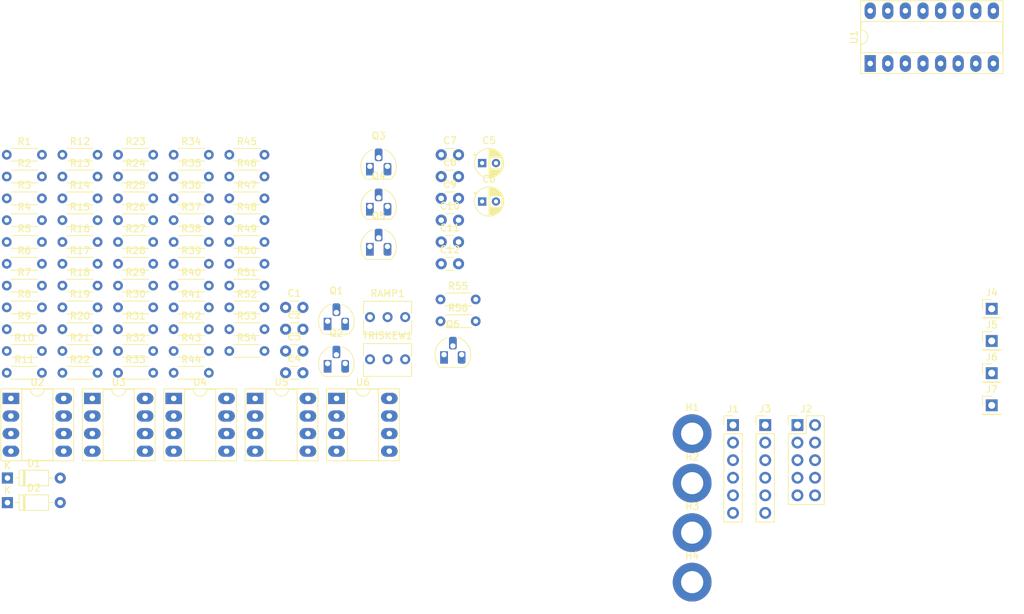
<source format=kicad_pcb>
(kicad_pcb (version 20221018) (generator pcbnew)
  (layers (0 "F.Cu" signal) (31 "B.Cu" signal) (34 "B.Paste" user) (35 "F.Paste" user) (36 "B.SilkS" user "B.Silkscreen") (37 "F.SilkS" user "F.Silkscreen") (38 "B.Mask" user) (39 "F.Mask" user) (44 "Edge.Cuts" user))
  (net 0 "")
  (net 1 "Net-(U2A--)")
  (net 2 "Net-(Q2-S)")
  (net 3 "Net-(U3A-+)")
  (net 4 "Net-(D1-K)")
  (net 5 "Net-(Q3-C)")
  (net 6 "Net-(C3-Pad2)")
  (net 7 "Net-(U6A-+)")
  (net 8 "Net-(C4-Pad2)")
  (net 9 "+12V")
  (net 10 "GND")
  (net 11 "-12V")
  (net 12 "Net-(D1-A)")
  (net 13 "Net-(D2-K)")
  (net 14 "Net-(Q1-D)")
  (net 15 "Net-(Q1-G)")
  (net 16 "Net-(Q1-S)")
  (net 17 "Net-(Q2-D)")
  (net 18 "Net-(Q2-G)")
  (net 19 "Net-(Q3-E)")
  (net 20 "Net-(Q3-B)")
  (net 21 "Net-(Q4-C)")
  (net 22 "Net-(Q5-C)")
  (net 23 "LEDA")
  (net 24 "Net-(Q6-B)")
  (net 25 "Net-(Q6-C)")
  (net 26 "Net-(U1C-+)")
  (net 27 "CV1")
  (net 28 "Net-(U4A--)")
  (net 29 "CV2")
  (net 30 "CV3")
  (net 31 "Net-(U2B--)")
  (net 32 "Net-(U3B--)")
  (net 33 "ZZ")
  (net 34 "Net-(R9-Pad1)")
  (net 35 "Net-(R10-Pad1)")
  (net 36 "CFL")
  (net 37 "CFV")
  (net 38 "FFV")
  (net 39 "Net-(R16-Pad1)")
  (net 40 "Net-(R17-Pad1)")
  (net 41 "Net-(R19-Pad2)")
  (net 42 "Net-(R20-Pad2)")
  (net 43 "Net-(U5A-+)")
  (net 44 "Net-(R24-Pad2)")
  (net 45 "TRI")
  (net 46 "Net-(U1A-+)")
  (net 47 "Net-(U5A--)")
  (net 48 "Net-(R31-Pad2)")
  (net 49 "Net-(U5B--)")
  (net 50 "RMP")
  (net 51 "Net-(R38-Pad2)")
  (net 52 "Net-(R39-Pad2)")
  (net 53 "SAW")
  (net 54 "Net-(R42-Pad2)")
  (net 55 "Net-(R43-Pad2)")
  (net 56 "Net-(U6B--)")
  (net 57 "Net-(U6A--)")
  (net 58 "Net-(R47-Pad1)")
  (net 59 "PWC")
  (net 60 "PWXV")
  (net 61 "Net-(R50-Pad2)")
  (net 62 "SIN")
  (net 63 "SQR")
  (net 64 "PW10")
  (net 65 "PW90")
  (footprint "Resistor_THT:R_Axial_DIN0204_L3.6mm_D1.6mm_P5.08mm_Horizontal" (layer "F.Cu") (at 57.95 82.45)
    (fp_text reference "R46" (at 2.54 -1.92) (layer "F.SilkS"))
    (fp_text value "1M")
    (pad "1" thru_hole circle (at 0 0) (size 1.4 1.4) (drill 0.7) (layers "*.Cu" "*.Mask") (net 10 "GND"))
    (pad "2" thru_hole oval (at 5.08 0) (size 1.4 1.4) (drill 0.7) (layers "*.Cu" "*.Mask") (net 57 "Net-(U6A--)"))
  )
  (footprint "Resistor_THT:R_Axial_DIN0204_L3.6mm_D1.6mm_P5.08mm_Horizontal" (layer "F.Cu") (at 57.95 107.65)
    (fp_text reference "R54" (at 2.54 -1.92) (layer "F.SilkS"))
    (fp_text value "100K")
    (pad "1" thru_hole circle (at 0 0) (size 1.4 1.4) (drill 0.7) (layers "*.Cu" "*.Mask") (net 65 "PW90"))
    (pad "2" thru_hole oval (at 5.08 0) (size 1.4 1.4) (drill 0.7) (layers "*.Cu" "*.Mask") (net 11 "-12V"))
  )
  (footprint "MountingHole:MountingHole_3.2mm_M3_DIN965_Pad" (layer "F.Cu") (at 124.76 133.89)
    (fp_text reference "H3" (at 0 -3.8) (layer "F.SilkS"))
    (fp_text value "MountingHole_Pad")
    (pad "1" thru_hole circle (at 0 0) (size 5.6 5.6) (drill 3.2) (layers "*.Cu" "*.Mask") (net 10 "GND"))
  )
  (footprint "Package_TO_SOT_THT:TO-92_HandSolder" (layer "F.Cu") (at 78.24 86.77)
    (fp_text reference "Q4" (at 1.27 -4.4) (layer "F.SilkS"))
    (fp_text value "2N3904")
    (pad "1" thru_hole rect (at 0 0) (size 1.1 1.8) (drill 0.75 (offset 0 0.4)) (layers "*.Cu" "*.Mask") (net 19 "Net-(Q3-E)"))
    (pad "2" thru_hole roundrect (at 1.27 -1.27) (size 1.1 1.8) (drill 0.75 (offset 0 -0.4)) (layers "*.Cu" "*.Mask") (net 10 "GND"))
    (pad "3" thru_hole roundrect (at 2.54 0) (size 1.1 1.8) (drill 0.75 (offset 0 0.4)) (layers "*.Cu" "*.Mask") (net 21 "Net-(Q4-C)"))
  )
  (footprint "Package_DIP:DIP-8_W7.62mm_Socket_LongPads" (layer "F.Cu") (at 26.43 114.5)
    (fp_text reference "U2" (at 3.81 -2.33) (layer "F.SilkS"))
    (fp_text value "TL082")
    (pad "1" thru_hole rect (at 0 0) (size 2.4 1.6) (drill 0.8) (layers "*.Cu" "*.Mask") (net 2 "Net-(Q2-S)"))
    (pad "2" thru_hole oval (at 0 2.54) (size 2.4 1.6) (drill 0.8) (layers "*.Cu" "*.Mask") (net 1 "Net-(U2A--)"))
    (pad "3" thru_hole oval (at 0 5.08) (size 2.4 1.6) (drill 0.8) (layers "*.Cu" "*.Mask") (net 10 "GND"))
    (pad "4" thru_hole oval (at 0 7.62) (size 2.4 1.6) (drill 0.8) (layers "*.Cu" "*.Mask") (net 11 "-12V"))
    (pad "5" thru_hole oval (at 7.62 7.62) (size 2.4 1.6) (drill 0.8) (layers "*.Cu" "*.Mask") (net 10 "GND"))
    (pad "6" thru_hole oval (at 7.62 5.08) (size 2.4 1.6) (drill 0.8) (layers "*.Cu" "*.Mask") (net 31 "Net-(U2B--)"))
    (pad "7" thru_hole oval (at 7.62 2.54) (size 2.4 1.6) (drill 0.8) (layers "*.Cu" "*.Mask") (net 16 "Net-(Q1-S)"))
    (pad "8" thru_hole oval (at 7.62 0) (size 2.4 1.6) (drill 0.8) (layers "*.Cu" "*.Mask") (net 9 "+12V"))
  )
  (footprint "Package_TO_SOT_THT:TO-92_HandSolder" (layer "F.Cu") (at 78.24 92.56)
    (fp_text reference "Q5" (at 1.27 -4.4) (layer "F.SilkS"))
    (fp_text value "2N3906")
    (pad "1" thru_hole rect (at 0 0) (size 1.1 1.8) (drill 0.75 (offset 0 0.4)) (layers "*.Cu" "*.Mask") (net 10 "GND"))
    (pad "2" thru_hole roundrect (at 1.27 -1.27) (size 1.1 1.8) (drill 0.75 (offset 0 -0.4)) (layers "*.Cu" "*.Mask") (net 21 "Net-(Q4-C)"))
    (pad "3" thru_hole roundrect (at 2.54 0) (size 1.1 1.8) (drill 0.75 (offset 0 0.4)) (layers "*.Cu" "*.Mask") (net 22 "Net-(Q5-C)"))
  )
  (footprint "Potentiometer_THT:Potentiometer_Bourns_3266Y_Vertical" (layer "F.Cu") (at 83.34 108.85)
    (fp_text reference "TRISKEW1" (at -2.54 -3.41) (layer "F.SilkS"))
    (fp_text value "100K")
    (pad "1" thru_hole circle (at 0 0) (size 1.44 1.44) (drill 0.8) (layers "*.Cu" "*.Mask") (net 35 "Net-(R10-Pad1)"))
    (pad "2" thru_hole circle (at -2.54 0) (size 1.44 1.44) (drill 0.8) (layers "*.Cu" "*.Mask") (net 26 "Net-(U1C-+)"))
    (pad "3" thru_hole circle (at -5.08 0) (size 1.44 1.44) (drill 0.8) (layers "*.Cu" "*.Mask") (net 34 "Net-(R9-Pad1)"))
  )
  (footprint "Resistor_THT:R_Axial_DIN0204_L3.6mm_D1.6mm_P5.08mm_Horizontal" (layer "F.Cu") (at 33.86 101.35)
    (fp_text reference "R19" (at 2.54 -1.92) (layer "F.SilkS"))
    (fp_text value "10K")
    (pad "1" thru_hole circle (at 0 0) (size 1.4 1.4) (drill 0.7) (layers "*.Cu" "*.Mask") (net 14 "Net-(Q1-D)"))
    (pad "2" thru_hole oval (at 5.08 0) (size 1.4 1.4) (drill 0.7) (layers "*.Cu" "*.Mask") (net 41 "Net-(R19-Pad2)"))
  )
  (footprint "Capacitor_THT:CP_Radial_D4.0mm_P2.00mm" (layer "F.Cu") (at 94.444801 80.5)
    (fp_text reference "C5" (at 1 -3.25) (layer "F.SilkS"))
    (fp_text value "10uF")
    (pad "1" thru_hole rect (at 0 0) (size 1.2 1.2) (drill 0.6) (layers "*.Cu" "*.Mask") (net 9 "+12V"))
    (pad "2" thru_hole circle (at 2 0) (size 1.2 1.2) (drill 0.6) (layers "*.Cu" "*.Mask") (net 10 "GND"))
  )
  (footprint "Resistor_THT:R_Axial_DIN0204_L3.6mm_D1.6mm_P5.08mm_Horizontal" (layer "F.Cu") (at 25.83 79.3)
    (fp_text reference "R1" (at 2.54 -1.92) (layer "F.SilkS"))
    (fp_text value "1K")
    (pad "1" thru_hole circle (at 0 0) (size 1.4 1.4) (drill 0.7) (layers "*.Cu" "*.Mask") (net 26 "Net-(U1C-+)"))
    (pad "2" thru_hole oval (at 5.08 0) (size 1.4 1.4) (drill 0.7) (layers "*.Cu" "*.Mask") (net 10 "GND"))
  )
  (footprint "Resistor_THT:R_Axial_DIN0204_L3.6mm_D1.6mm_P5.08mm_Horizontal" (layer "F.Cu") (at 88.44 100.2)
    (fp_text reference "R55" (at 2.54 -1.92) (layer "F.SilkS"))
    (fp_text value "100K")
    (pad "1" thru_hole circle (at 0 0) (size 1.4 1.4) (drill 0.7) (layers "*.Cu" "*.Mask") (net 33 "ZZ"))
    (pad "2" thru_hole oval (at 5.08 0) (size 1.4 1.4) (drill 0.7) (layers "*.Cu" "*.Mask") (net 24 "Net-(Q6-B)"))
  )
  (footprint "Capacitor_THT:C_Disc_D3.0mm_W1.6mm_P2.50mm" (layer "F.Cu") (at 66.08 104.5)
    (fp_text reference "C2" (at 1.25 -2.05) (layer "F.SilkS"))
    (fp_text value "10pF")
    (pad "1" thru_hole circle (at 0 0) (size 1.6 1.6) (drill 0.8) (layers "*.Cu" "*.Mask") (net 3 "Net-(U3A-+)"))
    (pad "2" thru_hole circle (at 2.5 0) (size 1.6 1.6) (drill 0.8) (layers "*.Cu" "*.Mask") (net 4 "Net-(D1-K)"))
  )
  (footprint "Capacitor_THT:C_Disc_D3.0mm_W1.6mm_P2.50mm" (layer "F.Cu") (at 66.08 101.35)
    (fp_text reference "C1" (at 1.25 -2.05) (layer "F.SilkS"))
    (fp_text value "20nF")
    (pad "1" thru_hole circle (at 0 0) (size 1.6 1.6) (drill 0.8) (layers "*.Cu" "*.Mask") (net 1 "Net-(U2A--)"))
    (pad "2" thru_hole circle (at 2.5 0) (size 1.6 1.6) (drill 0.8) (layers "*.Cu" "*.Mask") (net 2 "Net-(Q2-S)"))
  )
  (footprint "Connector_PinHeader_2.54mm:PinHeader_1x01_P2.54mm_Vertical" (layer "F.Cu") (at 168 110.85)
    (fp_text reference "J6" (at 0 -2.33) (layer "F.SilkS"))
    (fp_text value "Conn_01x01")
    (pad "1" thru_hole rect (at 0 0) (size 1.7 1.7) (drill 1) (layers "*.Cu" "*.Mask") (net 62 "SIN"))
  )
  (footprint "Capacitor_THT:C_Disc_D3.0mm_W1.6mm_P2.50mm" (layer "F.Cu") (at 66.08 110.8)
    (fp_text reference "C4" (at 1.25 -2.05) (layer "F.SilkS"))
    (fp_text value "10pF")
    (pad "1" thru_hole circle (at 0 0) (size 1.6 1.6) (drill 0.8) (layers "*.Cu" "*.Mask") (net 7 "Net-(U6A-+)"))
    (pad "2" thru_hole circle (at 2.5 0) (size 1.6 1.6) (drill 0.8) (layers "*.Cu" "*.Mask") (net 8 "Net-(C4-Pad2)"))
  )
  (footprint "Resistor_THT:R_Axial_DIN0204_L3.6mm_D1.6mm_P5.08mm_Horizontal" (layer "F.Cu") (at 49.92 104.5)
    (fp_text reference "R42" (at 2.54 -1.92) (layer "F.SilkS"))
    (fp_text value "180K")
    (pad "1" thru_hole circle (at 0 0) (size 1.4 1.4) (drill 0.7) (layers "*.Cu" "*.Mask") (net 10 "GND"))
    (pad "2" thru_hole oval (at 5.08 0) (size 1.4 1.4) (drill 0.7) (layers "*.Cu" "*.Mask") (net 54 "Net-(R42-Pad2)"))
  )
  (footprint "Connector_PinHeader_2.54mm:PinHeader_1x01_P2.54mm_Vertical" (layer "F.Cu") (at 168 101.55)
    (fp_text reference "J4" (at 0 -2.33) (layer "F.SilkS"))
    (fp_text value "Conn_01x01")
    (pad "1" thru_hole rect (at 0 0) (size 1.7 1.7) (drill 1) (layers "*.Cu" "*.Mask") (net 45 "TRI"))
  )
  (footprint "Resistor_THT:R_Axial_DIN0204_L3.6mm_D1.6mm_P5.08mm_Horizontal" (layer "F.Cu") (at 41.89 98.2)
    (fp_text reference "R29" (at 2.54 -1.92) (layer "F.SilkS"))
    (fp_text value "47K")
    (pad "1" thru_hole circle (at 0 0) (size 1.4 1.4) (drill 0.7) (layers "*.Cu" "*.Mask") (net 10 "GND"))
    (pad "2" thru_hole oval (at 5.08 0) (size 1.4 1.4) (drill 0.7) (layers "*.Cu" "*.Mask") (net 47 "Net-(U5A--)"))
  )
  (footprint "Connector_PinHeader_2.54mm:PinHeader_1x06_P2.54mm_Vertical" (layer "F.Cu") (at 130.66 118.34)
    (fp_text reference "J1" (at 0 -2.33) (layer "F.SilkS"))
    (fp_text value "Conn_01x06")
    (pad "1" thru_hole rect (at 0 0) (size 1.7 1.7) (drill 1) (layers "*.Cu" "*.Mask") (net 36 "CFL"))
    (pad "2" thru_hole oval (at 0 2.54) (size 1.7 1.7) (drill 1) (layers "*.Cu" "*.Mask") (net 38 "FFV"))
    (pad "3" thru_hole oval (at 0 5.08) (size 1.7 1.7) (drill 1) (layers "*.Cu" "*.Mask") (net 37 "CFV"))
    (pad "4" thru_hole oval (at 0 7.62) (size 1.7 1.7) (drill 1) (layers "*.Cu" "*.Mask") (net 30 "CV3"))
    (pad "5" thru_hole oval (at 0 10.16) (size 1.7 1.7) (drill 1) (layers "*.Cu" "*.Mask") (net 29 "CV2"))
    (pad "6" thru_hole oval (at 0 12.7) (size 1.7 1.7) (drill 1) (layers "*.Cu" "*.Mask") (net 27 "CV1"))
  )
  (footprint "Resistor_THT:R_Axial_DIN0204_L3.6mm_D1.6mm_P5.08mm_Horizontal" (layer "F.Cu") (at 33.86 82.45)
    (fp_text reference "R13" (at 2.54 -1.92) (layer "F.SilkS"))
    (fp_text value "3M")
    (pad "1" thru_hole circle (at 0 0) (size 1.4 1.4) (drill 0.7) (layers "*.Cu" "*.Mask") (net 38 "FFV"))
    (pad "2" thru_hole oval (at 5.08 0) (size 1.4 1.4) (drill 0.7) (layers "*.Cu" "*.Mask") (net 28 "Net-(U4A--)"))
  )
  (footprint "Resistor_THT:R_Axial_DIN0204_L3.6mm_D1.6mm_P5.08mm_Horizontal" (layer "F.Cu") (at 41.89 82.45)
    (fp_text reference "R24" (at 2.54 -1.92) (layer "F.SilkS"))
    (fp_text value "9.1K")
    (pad "1" thru_hole circle (at 0 0) (size 1.4 1.4) (drill 0.7) (layers "*.Cu" "*.Mask") (net 42 "Net-(R20-Pad2)"))
    (pad "2" thru_hole oval (at 5.08 0) (size 1.4 1.4) (drill 0.7) (layers "*.Cu" "*.Mask") (net 44 "Net-(R24-Pad2)"))
  )
  (footprint "Diode_THT:D_DO-35_SOD27_P7.62mm_Horizontal" (layer "F.Cu") (at 25.93 129.55)
    (fp_text reference "D2" (at 3.81 -2.12) (layer "F.SilkS"))
    (fp_text value "1N914")
    (fp_text user "K" (at 0 -1.8) (layer "F.SilkS"))
    (pad "1" thru_hole rect (at 0 0) (size 1.6 1.6) (drill 0.8) (layers "*.Cu" "*.Mask") (net 13 "Net-(D2-K)"))
    (pad "2" thru_hole oval (at 7.62 0) (size 1.6 1.6) (drill 0.8) (layers "*.Cu" "*.Mask") (net 4 "Net-(D1-K)"))
  )
  (footprint "Resistor_THT:R_Axial_DIN0204_L3.6mm_D1.6mm_P5.08mm_Horizontal" (layer "F.Cu") (at 25.83 101.35)
    (fp_text reference "R8" (at 2.54 -1.92) (layer "F.SilkS"))
    (fp_text value "47K")
    (pad "1" thru_hole circle (at 0 0) (size 1.4 1.4) (drill 0.7) (layers "*.Cu" "*.Mask") (net 32 "Net-(U3B--)"))
    (pad "2" thru_hole oval (at 5.08 0) (size 1.4 1.4) (drill 0.7) (layers "*.Cu" "*.Mask") (net 33 "ZZ"))
  )
  (footprint "Capacitor_THT:C_Disc_D3.0mm_W1.6mm_P2.50mm" (layer "F.Cu") (at 88.54 95.05)
    (fp_text reference "C12" (at 1.25 -2.05) (layer "F.SilkS"))
    (fp_text value "100nF")
    (pad "1" thru_hole circle (at 0 0) (size 1.6 1.6) (drill 0.8) (layers "*.Cu" "*.Mask") (net 10 "GND"))
    (pad "2" thru_hole circle (at 2.5 0) (size 1.6 1.6) (drill 0.8) (layers "*.Cu" "*.Mask") (net 11 "-12V"))
  )
  (footprint "Capacitor_THT:C_Disc_D3.0mm_W1.6mm_P2.50mm" (layer "F.Cu") (at 88.54 91.9)
    (fp_text reference "C11" (at 1.25 -2.05) (layer "F.SilkS"))
    (fp_text value "100nF")
    (pad "1" thru_hole circle (at 0 0) (size 1.6 1.6) (drill 0.8) (layers "*.Cu" "*.Mask") (net 9 "+12V"))
    (pad "2" thru_hole circle (at 2.5 0) (size 1.6 1.6) (drill 0.8) (layers "*.Cu" "*.Mask") (net 10 "GND"))
  )
  (footprint "Resistor_THT:R_Axial_DIN0204_L3.6mm_D1.6mm_P5.08mm_Horizontal" (layer "F.Cu") (at 33.86 85.6)
    (fp_text reference "R14" (at 2.54 -1.92) (layer "F.SilkS"))
    (fp_text value "30K")
    (pad "1" thru_hole circle (at 0 0) (size 1.4 1.4) (drill 0.7) (layers "*.Cu" "*.Mask") (net 4 "Net-(D1-K)"))
    (pad "2" thru_hole oval (at 5.08 0) (size 1.4 1.4) (drill 0.7) (layers "*.Cu" "*.Mask") (net 15 "Net-(Q1-G)"))
  )
  (footprint "Package_TO_SOT_THT:TO-92_HandSolder" (layer "F.Cu") (at 72.14 109.46)
    (fp_text reference "Q2" (at 1.27 -4.4) (layer "F.SilkS"))
    (fp_text value "NJFET")
    (pad "1" thru_hole rect (at 0 0) (size 1.1 1.8) (drill 0.75 (offset 0 0.4)) (layers "*.Cu" "*.Mask") (net 17 "Net-(Q2-D)"))
    (pad "2" thru_hole roundrect (at 1.27 -1.27) (size 1.1 1.8) (drill 0.75 (offset 0 -0.4)) (layers "*.Cu" "*.Mask") (net 18 "Net-(Q2-G)"))
    (pad "3" thru_hole roundrect (at 2.54 0) (size 1.1 1.8) (drill 0.75 (offset 0 0.4)) (layers "*.Cu" "*.Mask") (net 2 "Net-(Q2-S)"))
  )
  (footprint "Capacitor_THT:CP_Radial_D4.0mm_P2.00mm" (layer "F.Cu") (at 94.444801 86.05)
    (fp_text reference "C6" (at 1 -3.25) (layer "F.SilkS"))
    (fp_text value "10uF")
    (pad "1" thru_hole rect (at 0 0) (size 1.2 1.2) (drill 0.6) (layers "*.Cu" "*.Mask") (net 10 "GND"))
    (pad "2" thru_hole circle (at 2 0) (size 1.2 1.2) (drill 0.6) (layers "*.Cu" "*.Mask") (net 11 "-12V"))
  )
  (footprint "Package_TO_SOT_THT:TO-92_HandSolder" (layer "F.Cu") (at 72.14 103.35)
    (fp_text reference "Q1" (at 1.27 -4.4) (layer "F.SilkS"))
    (fp_text value "NJFET")
    (pad "1" thru_hole rect (at 0 0) (size 1.1 1.8) (drill 0.75 (offset 0 0.4)) (layers "*.Cu" "*.Mask") (net 14 "Net-(Q1-D)"))
    (pad "2" thru_hole roundrect (at 1.27 -1.27) (size 1.1 1.8) (drill 0.75 (offset 0 -0.4)) (layers "*.Cu" "*.Mask") (net 15 "Net-(Q1-G)"))
    (pad "3" thru_hole roundrect (at 2.54 0) (size 1.1 1.8) (drill 0.75 (offset 0 0.4)) (layers "*.Cu" "*.Mask") (net 16 "Net-(Q1-S)"))
  )
  (footprint "Resistor_THT:R_Axial_DIN0204_L3.6mm_D1.6mm_P5.08mm_Horizontal" (layer "F.Cu") (at 41.89 104.5)
    (fp_text reference "R31" (at 2.54 -1.92) (layer "F.SilkS"))
    (fp_text value "100K")
    (pad "1" thru_hole circle (at 0 0) (size 1.4 1.4) (drill 0.7) (layers "*.Cu" "*.Mask") (net 47 "Net-(U5A--)"))
    (pad "2" thru_hole oval (at 5.08 0) (size 1.4 1.4) (drill 0.7) (layers "*.Cu" "*.Mask") (net 48 "Net-(R31-Pad2)"))
  )
  (footprint "Package_TO_SOT_THT:TO-92_HandSolder" (layer "F.Cu") (at 78.24 80.98)
    (fp_text reference "Q3" (at 1.27 -4.4) (layer "F.SilkS"))
    (fp_text value "2N3904")
    (pad "1" thru_hole rect (at 0 0) (size 1.1 1.8) (drill 0.75 (offset 0 0.4)) (layers "*.Cu" "*.Mask") (net 19 "Net-(Q3-E)"))
    (pad "2" thru_hole roundrect (at 1.27 -1.27) (size 1.1 1.8) (drill 0.75 (offset 0 -0.4)) (layers "*.Cu" "*.Mask") (net 20 "Net-(Q3-B)"))
    (pad "3" thru_hole roundrect (at 2.54 0) (size 1.1 1.8) (drill 0.75 (offset 0 0.4)) (layers "*.Cu" "*.Mask") (net 5 "Net-(Q3-C)"))
  )
  (footprint "Resistor_THT:R_Axial_DIN0204_L3.6mm_D1.6mm_P5.08mm_Horizontal" (layer "F.Cu") (at 33.86 95.05)
    (fp_text reference "R17" (at 2.54 -1.92) (layer "F.SilkS"))
    (fp_text value "27K")
    (pad "1" thru_hole circle (at 0 0) (size 1.4 1.4) (drill 0.7) (layers "*.Cu" "*.Mask") (net 40 "Net-(R17-Pad1)"))
    (pad "2" thru_hole oval (at 5.08 0) (size 1.4 1.4) (drill 0.7) (layers "*.Cu" "*.Mask") (net 9 "+12V"))
  )
  (footprint "Resistor_THT:R_Axial_DIN0204_L3.6mm_D1.6mm_P5.08mm_Horizontal" (layer "F.Cu") (at 41.89 91.9)
    (fp_text reference "R27" (at 2.54 -1.92) (layer "F.SilkS"))
    (fp_text value "110K")
    (pad "1" thru_hole circle (at 0 0) (size 1.4 1.4) (drill 0.7) (layers "*.Cu" "*.Mask") (net 2 "Net-(Q2-S)"))
    (pad "2" thru_hole oval (at 5.08 0) (size 1.4 1.4) (drill 0.7) (layers "*.Cu" "*.Mask") (net 46 "Net-(U1A-+)"))
  )
  (footprint "Package_DIP:DIP-8_W7.62mm_Socket_LongPads" (layer "F.Cu") (at 38.18 114.5)
    (fp_text reference "U3" (at 3.81 -2.33) (layer "F.SilkS"))
    (fp_text value "TL082")
    (pad "1" thru_hole rect (at 0 0) (size 2.4 1.6) (drill 0.8) (layers "*.Cu" "*.Mask") (net 4 "Net-(D1-K)"))
    (pad "2" thru_hole oval (at 0 2.54) (size 2.4 1.6) (drill 0.8) (layers "*.Cu" "*.Mask") (net 10 "GND"))
    (pad "3" thru_hole oval (at 0 5.08) (size 2.4 1.6) (drill 0.8) (layers "*.Cu" "*.Mask") (net 3 "Net-(U3A-+)"))
    (pad "4" thru_hole oval (at 0 7.62) (size 2.4 1.6) (drill 0.8) (layers "*.Cu" "*.Mask") (net 11 "-12V"))
    (pad "5" thru_hole oval (at 7.62 7.62) (size 2.4 1.6) (drill 0.8) (layers "*.Cu" "*.Mask") (net 10 "GND"))
    (pad "6" thru_hole oval (at 7.62 5.08) (size 2.4 1.6) (drill 0.8) (layers "*.Cu" "*.Mask") (net 32 "Net-(U3B--)"))
    (pad "7" thru_hole oval (at 7.62 2.54) (size 2.4 1.6) (drill 0.8) (layers "*.Cu" "*.Mask") (net 33 "ZZ"))
    (pad "8" thru_hole oval (at 7.62 0) (size 2.4 1.6) (drill 0.8) (layers "*.Cu" "*.Mask") (net 9 "+12V"))
  )
  (footprint "Capacitor_THT:C_Disc_D3.0mm_W1.6mm_P2.50mm" (layer "F.Cu") (at 88.54 79.3)
    (fp_text reference "C7" (at 1.25 -2.05) (layer "F.SilkS"))
    (fp_text value "100nF")
    (pad "1" thru_hole circle (at 0 0) (size 1.6 1.6) (drill 0.8) (layers "*.Cu" "*.Mask") (net 9 "+12V"))
    (pad "2" thru_hole circle (at 2.5 0) (size 1.6 1.6) (drill 0.8) (layers "*.Cu" "*.Mask") (net 10 "GND"))
  )
  (footprint "Package_DIP:DIP-8_W7.62mm_Socket_LongPads" (layer "F.Cu") (at 73.43 114.5)
    (fp_text reference "U6" (at 3.81 -2.33) (layer "F.SilkS"))
    (fp_text value "TL082")
    (pad "1" thru_hole rect (at 0 0) (size 2.4 1.6) (drill 0.8) (layers "*.Cu" "*.Mask") (net 8 "Net-(C4-Pad2)"))
    (pad "2" thru_hole oval (at 0 2.54) (size 2.4 1.6) (drill 0.8) (layers "*.Cu" "*.Mask") (net 57 "Net-(U6A--)"))
    (pad "3" thru_hole oval (at 0 5.08) (size 2.4 1.6) (drill 0.8) (layers "*.Cu" "*.Mask") (net 7 "Net-(U6A-+)"))
    (pad "4" thru_hole oval (at 0 7.62) (size 2.4 1.6) (drill 0.8) (layers "*.Cu" "*.Mask") (net 11 "-12V"))
    (pad "5" thru_hole oval (at 7.62 7.62) (size 2.4 1.6) (drill 0.8) (layers "*.Cu" "*.Mask") (net 10 "GND"))
    (pad "6" thru_hole oval (at 7.62 5.08) (size 2.4 1.6) (drill 0.8) (layers "*.Cu" "*.Mask") (net 56 "Net-(U6B--)"))
    (pad "7" thru_hole oval (at 7.62 2.54) (size 2.4 1.6) (drill 0.8) (layers "*.Cu" "*.Mask") (net 61 "Net-(R50-Pad2)"))
    (pad "8" thru_hole oval (at 7.62 0) (size 2.4 1.6) (drill 0.8) (layers "*.Cu" "*.Mask") (net 9 "+12V"))
  )
  (footprint "Resistor_THT:R_Axial_DIN0204_L3.6mm_D1.6mm_P5.08mm_Horizontal" (layer "F.Cu") (at 57.95 95.05)
    (fp_text reference "R50" (at 2.54 -1.92) (layer "F.SilkS"))
    (fp_text value "10K")
    (pad "1" thru_hole circle (at 0 0) (size 1.4 1.4) (drill 0.7) (layers "*.Cu" "*.Mask") (net 56 "Net-(U6B--)"))
    (pad "2" thru_hole oval (at 5.08 0) (size 1.4 1.4) (drill 0.7) (layers "*.Cu" "*.Mask") (net 61 "Net-(R50-Pad2)"))
  )
  (footprint "Package_DIP:DIP-8_W7.62mm_Socket_LongPads" (layer "F.Cu") (at 61.68 114.5)
    (fp_text reference "U5" (at 3.81 -2.33) (layer "F.SilkS"))
    (fp_text value "TL082")
    (pad "1" thru_hole rect (at 0 0) (size 2.4 1.6) (drill 0.8) (layers "*.Cu" "*.Mask") (net 48 "Net-(R31-Pad2)"))
    (pad "2" thru_hole oval (at 0 2.54) (size 2.4 1.6) (drill 0.8) (layers "*.Cu" "*.Mask") (net 47 "Net-(U5A--)"))
    (pad "3" thru_hole oval (at 0 5.08) (size 2.4 1.6) (drill 0.8) (layers "*.Cu" "*.Mask") (net 43 "Net-(U5A-+)"))
    (pad "4" thru_hole oval (at 0 7.62) (size 2.4 1.6) (drill 0.8) (layers "*.Cu" "*.Mask") (net 11 "-12V"))
    (pad "5" thru_hole oval (at 7.62 7.62) (size 2.4 1.6) (drill 0.8) (layers "*.Cu" "*.Mask") (net 10 "GND"))
    (pad "6" thru_hole oval (at 7.62 5.08) (size 2.4 1.6) (drill 0.8) (layers "*.Cu" "*.Mask") (net 49 "Net-(U5B--)"))
    (pad "7" thru_hole oval (at 7.62 2.54) (size 2.4 1.6) (drill 0.8) (layers "*.Cu" "*.Mask") (net 51 "Net-(R38-Pad2)"))
    (pad "8" thru_hole oval (at 7.62 0) (size 2.4 1.6) (drill 0.8) (layers "*.Cu" "*.Mask") (net 9 "+12V"))
  )
  (footprint "Resistor_THT:R_Axial_DIN0204_L3.6mm_D1.6mm_P5.08mm_Horizontal" (layer "F.Cu") (at 57.95 79.3)
    (fp_text reference "R45" (at 2.54 -1.92) (layer "F.SilkS"))
    (fp_text value "27K")
    (pad "1" thru_hole circle (at 0 0) (size 1.4 1.4) (drill 0.7) (layers "*.Cu" "*.Mask") (net 8 "Net-(C4-Pad2)"))
    (pad "2" thru_hole oval (at 5.08 0) (size 1.4 1.4) (drill 0.7) (layers "*.Cu" "*.Mask") (net 56 "Net-(U6B--)"))
  )
  (footprint "Resistor_THT:R_Axial_DIN0204_L3.6mm_D1.6mm_P5.08mm_Horizontal" (layer "F.Cu") (at 25.83 110.8)
    (fp_text reference "R11" (at 2.54 -1.92) (layer "F.SilkS"))
    (fp_text value "4.7K")
    (pad "1" thru_hole circle (at 0 0) (size 1.4 1.4) (drill 0.7) (layers "*.Cu" "*.Mask") (net 36 "CFL"))
    (pad "2" thru_hole oval (at 5.08 0) (size 1.4 1.4) (drill 0.7) (layers "*.Cu" "*.Mask") (net 11 "-12V"))
  )
  (footprint "Resistor_THT:R_Axial_DIN0204_L3.6mm_D1.6mm_P5.08mm_Horizontal" (layer "F.Cu") (at 57.95 88.75)
    (fp_text reference "R48" (at 2.54 -1.92) (layer "F.SilkS"))
    (fp_text value "10K")
    (pad "1" thru_hole circle (at 0 0) (size 1.4 1.4) (drill 0.7) (layers "*.Cu" "*.Mask") (net 57 "Net-(U6A--)"))
    (pad "2" thru_hole oval (at 5.08 0) (size 1.4 1.4) (drill 0.7) (layers "*.Cu" "*.Mask") (net 59 "PWC"))
  )
  (footprint "Resistor_THT:R_Axial_DIN0204_L3.6mm_D1.6mm_P5.08mm_Horizontal" (layer "F.Cu") (at 25.83 104.5)
    (fp_text reference "R9" (at 2.54 -1.92) (layer "F.SilkS"))
    (fp_text value "100K")
    (pad "1" thru_hole circle (at 0 0) (size 1.4 1.4) (drill 0.7) (layers "*.Cu" "*.Mask") (net 34 "Net-(R9-Pad1)"))
    (pad "2" thru_hole oval (at 5.08 0) (size 1.4 1.4) (drill 0.7) (layers "*.Cu" "*.Mask") (net 12 "Net-(D1-A)"))
  )
  (footprint "Resistor_THT:R_Axial_DIN0204_L3.6mm_D1.6mm_P5.08mm_Horizontal" (layer "F.Cu") (at 33.86 104.5)
    (fp_text reference "R20" (at 2.54 -1.92) (layer "F.SilkS"))
    (fp_text value "10K")
    (pad "1" thru_hole circle (at 0 0) (size 1.4 1.4) (drill 0.7) (layers "*.Cu" "*.Mask") (net 17 "Net-(Q2-D)"))
    (pad "2" thru_hole oval (at 5.08 0) (size 1.4 1.4) (drill 0.7) (layers "*.Cu" "*.Mask") (net 42 "Net-(R20-Pad2)"))
  )
  (footprint "Resistor_THT:R_Axial_DIN0204_L3.6mm_D1.6mm_P5.08mm_Horizontal" (layer "F.Cu") (at 41.89 95.05)
    (fp_text reference "R28" (at 2.54 -1.92) (layer "F.SilkS"))
    (fp_text value "10K")
    (pad "1" thru_hole circle (at 0 0) (size 1.4 1.4) (drill 0.7) (layers "*.Cu" "*.Mask") (net 10 "GND"))
    (pad "2" thru_hole oval (at 5.08 0) (size 1.4 1.4) (drill 0.7) (layers "*.Cu" "*.Mask") (net 43 "Net-(U5A-+)"))
  )
  (footprint "Package_DIP:DIP-16_W7.62mm_Socket_LongPads" (layer "F.Cu") (at 150.46 66.12 90)
    (fp_text reference "U1" (at 3.81 -2.33 90) (layer "F.SilkS"))
    (fp_text value "LM13700")
    (pad "1" thru_hole rect (at 0 0 90) (size 2.4 1.6) (drill 0.8) (layers "*.Cu" "*.Mask") (net 55 "Net-(R43-Pad2)"))
    (pad "2" thru_hole oval (at 0 2.54 90) (size 2.4 1.6) (drill 0.8) (layers "*.Cu" "*.Mask"))
    (pad "3" thru_hole oval (at 0 5.08 90) (size 2.4 1.6) (drill 0.8) (layers "*.Cu" "*.Mask") (net 26 "Net-(U1C-+)"))
    (pad "4" thru_hole oval (at 0 7.62 90) (size 2.4 1.6) (drill 0.8) (layers "*.Cu" "*.Mask") (net 10 "GND"))
    (pad "5" thru_hole oval (at 0 10.16 90) (size 2.4 1.6) (drill 0.8) (layers "*.Cu" "*.Mask") (net 39 "Net-(R16-Pad1)"))
    (pad "6" thru_hole oval (at 0 12.7 90) (size 2.4 1.6) (drill 0.8) (layers "*.Cu" "*.Mask") (net 11 "-12V"))
    (pad "7" thru_hole oval (at 0 15.24 90) (size 2.4 1.6) (drill 0.8) (layers "*.Cu" "*.Mask"))
    (pad "8" thru_hole oval (at 0 17.78 90) (size 2.4 1.6) (drill 0.8) (layers "*.Cu" "*.Mask"))
    (pad "9" thru_hole oval (at 7.62 17.78 90) (size 2.4 1.6) (drill 0.8) (layers "*.Cu" "*.Mask") (net 58 "Net-(R47-Pad1)"))
    (pad "10" thru_hole oval (at 7.62 15.24 90) (size 2.4 1.6) (drill 0.8) (layers "*.Cu" "*.Mask") (net 54 "Net-(R42-Pad2)"))
    (pad "11" thru_hole oval (at 7.62 12.7 90) (size 2.4 1.6) (drill 0.8) (layers "*.Cu" "*.Mask") (net 9 "+12V"))
    (pad "12" thru_hole oval (at 7.62 10.16 90) (size 2.4 1.6) (drill 0.8) (layers "*.Cu" "*.Mask") (net 54 "Net-(R42-Pad2)"))
    (pad "13" thru_hole oval (at 7.62 7.62 90) (size 2.4 1.6) (drill 0.8) (layers "*.Cu" "*.Mask") (net 10 "GND"))
    (pad "14" thru_hole oval (at 7.62 5.08 90) (size 2.4 1.6) (drill 0.8) (layers "*.Cu" "*.Mask") (net 46 "Net-(U1A-+)"))
    (pad "15" thru_hole oval (at 7.62 2.54 90) (size 2.4 1.6) (drill 0.8) (layers "*.Cu" "*.Mask"))
    (pad "16" thru_hole oval (at 7.62 0 90) (size 2.4 1.6) (drill 0.8) (layers "*.Cu" "*.Mask") (net 52 "Net-(R39-Pad2)"))
  )
  (footprint "Resistor_THT:R_Axial_DIN0204_L3.6mm_D1.6mm_P5.08mm_Horizontal" (layer "F.Cu") (at 41.89 79.3)
    (fp_text reference "R23" (at 2.54 -1.92) (layer "F.SilkS"))
    (fp_text value "10K")
    (pad "1" thru_hole circle (at 0 0) (size 1.4 1.4) (drill 0.7) (layers "*.Cu" "*.Mask") (net 41 "Net-(R19-Pad2)"))
    (pad "2" thru_hole oval (at 5.08 0) (size 1.4 1.4) (drill 0.7) (layers "*.Cu" "*.Mask") (net 43 "Net-(U5A-+)"))
  )
  (footprint "Resistor_THT:R_Axial_DIN0204_L3.6mm_D1.6mm_P5.08mm_Horizontal" (layer "F.Cu") (at 33.86 98.2)
    (fp_text reference "R18" (at 2.54 -1.92) (layer "F.SilkS"))
    (fp_text value "4.7K")
    (pad "1" thru_hole circle (at 0 0) (size 1.4 1.4) (drill 0.7) (layers "*.Cu" "*.Mask") (net 28 "Net-(U4A--)"))
    (pad "2" thru_hole oval (at 5.08 0) (size 1.4 1.4) (drill 0.7) (layers "*.Cu" "*.Mask") (net 20 "Net-(Q3-B)"))
  )
  (footprint "Resistor_THT:R_Axial_DIN0204_L3.6mm_D1.6mm_P5.08mm_Horizontal" (layer "F.Cu") (at 49.92 91.9)
    (fp_text reference "R38" (at 2.54 -1.92) (layer "F.SilkS"))
    (fp_text value "10K")
    (pad "1" thru_hole circle (at 0 0) (size 1.4 1.4) (drill 0.7) (layers "*.Cu" "*.Mask") (net 49 "Net-(U5B--)"))
    (pad "2" thru_hole oval (at 5.08 0) (size 1.4 1.4) (drill 0.7) (layers "*.Cu" "*.Mask") (net 51 "Net-(R38-Pad2)"))
  )
  (footprint "Resistor_THT:R_Axial_DIN0204_L3.6mm_D1.6mm_P5.08mm_Horizontal" (layer "F.Cu") (at 41.89 85.6)
    (fp_text reference "R25" (at 2.54 -1.92) (layer "F.SilkS"))
    (fp_text value "120K")
    (pad "1" thru_hole circle (at 0 0) (size 1.4 1.4) (drill 0.7) (layers "*.Cu" "*.Mask") (net 2 "Net-(Q2-S)"))
    (pad "2" thru_hole oval (at 5.08 0) (size 1.4 1.4) (drill 0.7) (layers "*.Cu" "*.Mask") (net 3 "Net-(U3A-+)"))
  )
  (footprint "Connector_PinHeader_2.54mm:PinHeader_1x01_P2.54mm_Vertical" (layer "F.Cu") (at 168 106.2)
    (fp_text reference "J5" (at 0 -2.33) (layer "F.SilkS"))
    (fp_text value "Conn_01x01")
    (pad "1" thru_hole rect (at 0 0) (size 1.7 1.7) (drill 1) (layers "*.Cu" "*.Mask") (net 53 "SAW"))
  )
  (footprint "Resistor_THT:R_Axial_DIN0204_L3.6mm_D1.6mm_P5.08mm_Horizontal" (layer "F.Cu") (at 41.89 101.35)
    (fp_text reference "R30" (at 2.54 -1.92) (layer "F.SilkS"))
    (fp_text value "270K")
    (pad "1" thru_hole circle (at 0 0) (size 1.4 1.4) (drill 0.7) (layers "*.Cu" "*.Mask") (net 3 "Net-(U3A-+)"))
    (pad "2" thru_hole oval (at 5.08 0) (size 1.4 1.4) (drill 0.7) (layers "*.Cu" "*.Mask") (net 4 "Net-(D1-K)"))
  )
  (footprint "Resistor_THT:R_Axial_DIN0204_L3.6mm_D1.6mm_P5.08mm_Horizontal" (layer "F.Cu") (at 57.95 101.35)
    (fp_text reference "R52" (at 2.54 -1.92) (layer "F.SilkS"))
    (fp_text value "10K")
    (pad "1" thru_hole circle (at 0 0) (size 1.4 1.4) (drill 0.7) (layers "*.Cu" "*.Mask") (net 61 "Net-(R50-Pad2)"))
    (pad "2" thru_hole oval (at 5.08 0) (size 1.4 1.4) (drill 0.7) (layers "*.Cu" "*.Mask") (net 63 "SQR"))
  )
  (footprint "Resistor_THT:R_Axial_DIN0204_L3.6mm_D1.6mm_P5.08mm_Horizontal" (layer "F.Cu") (at 25.83 88.75)
    (fp_text reference "R4" (at 2.54 -1.92) (layer "F.SilkS"))
    (fp_text value "100K")
    (pad "1" thru_hole circle (at 0 0) (size 1.4 1.4) (drill 0.7) (layers "*.Cu" "*.Mask") (net 30 "CV3"))
    (pad "2" thru_hole oval (at 5.08 0) (size 1.4 1.4) (drill 0.7) (layers "*.Cu" "*.Mask") (net 28 "Net-(U4A--)"))
  )
  (footprint "Resistor_THT:R_Axial_DIN0204_L3.6mm_D1.6mm_P5.08mm_Horizontal" (layer "F.Cu") (at 33.86 110.8)
    (fp_text reference "R22" (at 2.54 -1.92) (layer "F.SilkS"))
    (fp_text value "15K")
    (pad "1" thru_hole circle (at 0 0) (size 1.4 1.4) (drill 0.7) (layers "*.Cu" "*.Mask") (net 11 "-12V"))
    (pad "2" thru_hole oval (at 5.08 0) (size 1.4 1.4) (drill 0.7) (layers "*.Cu" "*.Mask") (net 42 "Net-(R20-Pad2)"))
  )
  (footprint "Resistor_THT:R_Axial_DIN0204_L3.6mm_D1.6mm_P5.08mm_Horizontal" (layer "F.Cu") (at 33.86 107.65)
    (fp_text reference "R21" (at 2.54 -1.92) (layer "F.SilkS"))
    (fp_text value "15K")
    (pad "1" thru_hole circle (at 0 0) (size 1.4 1.4) (drill 0.7) (layers "*.Cu" "*.Mask") (net 41 "Net-(R19-Pad2)"))
    (pad "2" thru_hole oval (at 5.08 0) (size 1.4 1.4) (drill 0.7) (layers "*.Cu" "*.Mask") (net 9 "+12V"))
  )
  (footprint "Capacitor_THT:C_Disc_D3.0mm_W1.6mm_P2.50mm" (layer "F.Cu") (at 66.08 107.65)
    (fp_text reference "C3" (at 1.25 -2.05) (layer "F.SilkS"))
    (fp_text value "100pF")
    (pad "1" thru_hole circle (at 0 0) (size 1.6 1.6) (drill 0.8) (layers "*.Cu" "*.Mask") (net 5 "Net-(Q3-C)"))
    (pad "2" thru_hole circle (at 2.5 0) (size 1.6 1.6) (drill 0.8) (layers "*.Cu" "*.Mask") (net 6 "Net-(C3-Pad2)"))
  )
  (footprint "Resistor_THT:R_Axial_DIN0204_L3.6mm_D1.6mm_P5.08mm_Horizontal" (layer "F.Cu") (at 49.92 82.45)
    (fp_text reference "R35" (at 2.54 -1.92) (layer "F.SilkS"))
    (fp_text value "10K")
    (pad "1" thru_hole circle (at 0 0) (size 1.4 1.4) (drill 0.7) (layers "*.Cu" "*.Mask") (net 48 "Net-(R31-Pad2)"))
    (pad "2" thru_hole oval (at 5.08 0) (size 1.4 1.4) (drill 0.7) (layers "*.Cu" "*.Mask") (net 49 "Net-(U5B--)"))
  )
  (footprint "Resistor_THT:R_Axial_DIN0204_L3.6mm_D1.6mm_P5.08mm_Horizontal" (layer "F.Cu") (at 57.95 98.2)
    (fp_text reference "R51" (at 2.54 -1.92) (layer "F.SilkS"))
    (fp_text value "4.7K")
    (pad "1" thru_hole circle (at 0 0) (size 1.4 1.4) (drill 0.7) (layers "*.Cu" "*.Mask") (net 58 "Net-(R47-Pad1)"))
    (pad "2" thru_hole oval (at 5.08 0) (size 1.4 1.4) (drill 0.7) (layers "*.Cu" "*.Mask") (net 62 "SIN"))
  )
  (footprint "Resistor_THT:R_Axial_DIN0204_L3.6mm_D1.6mm_P5.08mm_Horizontal" (layer "F.Cu") (at 25.83 82.45)
    (fp_text reference "R2" (at 2.54 -1.92) (layer "F.SilkS"))
    (fp_text value "100K")
    (pad "1" thru_hole circle (at 0 0) (size 1.4 1.4) (drill 0.7) (layers "*.Cu" "*.Mask") (net 27 "CV1"))
    (pad "2" thru_hole oval (at 5.08 0) (size 1.4 1.4) (drill 0.7) (layers "*.Cu" "*.Mask") (net 28 "Net-(U4A--)"))
  )
  (footprint "MountingHole:MountingHole_3.2mm_M3_DIN965_Pad" (layer "F.Cu") (at 124.76 119.59)
    (fp_text reference "H1" (at 0 -3.8) (layer "F.SilkS"))
    (fp_text value "MountingHole_Pad")
    (pad "1" thru_hole circle (at 0 0) (size 5.6 5.6) (drill 3.2) (layers "*.Cu" "*.Mask") (net 10 "GND"))
  )
  (footprint "Resistor_THT:R_Axial_DIN0204_L3.6mm_D1.6mm_P5.08mm_Horizontal" (layer "F.Cu") (at 33.86 91.9)
    (fp_text reference "R16" (at 2.54 -1.92) (layer "F.SilkS"))
    (fp_text value "39K")
    (pad "1" thru_hole circle (at 0 0) (size 1.4 1.4) (drill 0.7) (layers "*.Cu" "*.Mask") (net 39 "Net-(R16-Pad1)"))
    (pad "2" thru_hole oval (at 5.08 0) (size 1.4 1.4) (drill 0.7) (layers "*.Cu" "*.Mask") (net 1 "Net-(U2A--)"))
  )
  (footprint "Resistor_THT:R_Axial_DIN0204_L3.6mm_D1.6mm_P5.08mm_Horizontal" (layer "F.Cu") (at 49.92 79.3)
    (fp_text reference "R34" (at 2.54 -1.92) (layer "F.SilkS"))
    (fp_text value "10K")
    (pad "1" thru_hole circle (at 0 0) (size 1.4 1.4) (drill 0.7) (layers "*.Cu" "*.Mask") (net 6 "Net-(C3-Pad2)"))
    (pad "2" thru_hole oval (at 5.08 0) (size 1.4 1.4) (drill 0.7) (layers "*.Cu" "*.Mask") (net 19 "Net-(Q3-E)"))
  )
  (footprint "Package_TO_SOT_THT:TO-92_HandSolder" (layer "F.Cu") (at 88.95 108.18)
    (fp_text reference "Q6" (at 1.27 -4.4) (layer "F.SilkS"))
    (fp_text value "2N3904")
    (pad "1" thru_hole rect (at 0 0) (size 1.1 1.8) (drill 0.75 (offset 0 0.4)) (layers "*.Cu" "*.Mask") (net 23 "LEDA"))
    (pad "2" thru_hole roundrect (at 1.27 -1.27) (size 1.1 1.8) (drill 0.75 (offset 0 -0.4)) (layers "*.Cu" "*.Mask") (net 24 "Net-(Q6-B)"))
    (pad "3" thru_hole roundrect (at 2.54 0) (size 1.1 1.8) (drill 0.75 (offset 0 0.4)) (layers "*.Cu" "*.Mask") (net 25 "Net-(Q6-C)"))
  )
  (footprint "Resistor_THT:R_Axial_DIN0204_L3.6mm_D1.6mm_P5.08mm_Horizontal" (layer "F.Cu") (at 33.86 88.75)
    (fp_text reference "R15" (at 2.54 -1.92) (layer "F.SilkS"))
    (fp_text value "30K")
    (pad "1" thru_hole circle (at 0 0) (size 1.4 1.4) (drill 0.7) (layers "*.Cu" "*.Mask") (net 33 "ZZ"))
    (pad "2" thru_hole oval (at 5.08 0) (size 1.4 1.4) (drill 0.7) (layers "*.Cu" "*.Mask") (net 18 "Net-(Q2-G)"))
  )
  (footprint "Capacitor_THT:C_Disc_D3.0mm_W1.6mm_P2.50mm" (layer "F.Cu") (at 88.54 88.75)
    (fp_text reference "C10" (at 1.25 -2.05) (layer "F.SilkS"))
    (fp_text value "100nF")
    (pad "1" thru_hole circle (at 0 0) (size 1.6 1.6) (drill 0.8) (layers "*.Cu" "*.Mask") (net 10 "GND"))
    (pad "2" thru_hole circle (at 2.5 0) (size 1.6 1.6) (drill 0.8) (layers "*.Cu" "*.Mask") (net 11 "-12V"))
  )
  (footprint "Connector_PinHeader_2.54mm:PinHeader_1x06_P2.54mm_Vertical" (layer "F.Cu") (at 135.31 118.34)
    (fp_text reference "J3" (at 0 -2.33) (layer "F.SilkS"))
    (fp_text value "Conn_01x06")
    (pad "1" thru_hole rect (at 0 0) (size 1.7 1.7) (drill 1) (layers "*.Cu" "*.Mask") (net 50 "RMP"))
    (pad "2" thru_hole oval (at 0 2.54) (size 1.7 1.7) (drill 1) (layers "*.Cu" "*.Mask") (net 60 "PWXV"))
    (pad "3" thru_hole oval (at 0 5.08) (size 1.7 1.7) (drill 1) (layers "*.Cu" "*.Mask") (net 65 "PW90"))
    (pad "4" thru_hole oval (at 0 7.62) (size 1.7 1.7) (drill 1) (layers "*.Cu" "*.Mask") (net 59 "PWC"))
    (pad "5" thru_hole oval (at 0 10.16) (size 1.7 1.7) (drill 1) (layers "*.Cu" "*.Mask") (net 64 "PW10"))
    (pad "6" thru_hole oval (at 0 12.7) (size 1.7 1.7) (drill 1) (layers "*.Cu" "*.Mask") (net 63 "SQR"))
  )
  (footprint "Resistor_THT:R_Axial_DIN0204_L3.6mm_D1.6mm_P5.08mm_Horizontal" (layer "F.Cu") (at 49.92 98.2)
    (fp_text reference "R40" (at 2.54 -1.92) (layer "F.SilkS"))
    (fp_text value "4.7M")
    (pad "1" thru_hole circle (at 0 0) (size 1.4 1.4) (drill 0.7) (layers "*.Cu" "*.Mask") (net 7 "Net-(U6A-+)"))
    (pad "2" thru_hole oval (at 5.08 0) (size 1.4 1.4) (drill 0.7) (layers "*.Cu" "*.Mask") (net 8 "Net-(C4-Pad2)"))
  )
  (footprint "Resistor_THT:R_Axial_DIN0204_L3.6mm_D1.6mm_P5.08mm_Horizontal" (layer "F.Cu") (at 88.44 103.35)
    (fp_text reference "R56" (at 2.54 -1.92) (layer "F.SilkS"))
    (fp_text value "4.7K")
    (pad "1" thru_hole circle (at 0 0) (size 1.4 1.4) (drill 0.7) (layers "*.Cu" "*.Mask") (net 9 "+12V"))
    (pad "2" thru_hole oval (at 5.08 0) (size 1.4 1.4) (drill 0.7) (layers "*.Cu" "*.Mask") (net 25 "Net-(Q6-C)"))
  )
  (footprint "Resistor_THT:R_Axial_DIN0204_L3.6mm_D1.6mm_P5.08mm_Horizontal" (layer "F.Cu") (at 49.92 85.6)
    (fp_text reference "R36" (at 2.54 -1.92) (layer "F.SilkS"))
    (fp_text value "1K")
    (pad "1" thru_hole circle (at 0 0) (size 1.4 1.4) (drill 0.7) (layers "*.Cu" "*.Mask") (net 48 "Net-(R31-Pad2)"))
    (pad "2" thru_hole oval (at 5.08 0) (size 1.4 1.4) (drill 0.7) (layers "*.Cu" "*.Mask") (net 50 "RMP"))
  )
  (footprint "MountingHole:MountingHole_3.2mm_M3_DIN965_Pad" (layer "F.Cu") (at 124.76 126.74)
    (fp_text reference "H2" (at 0 -3.8) (layer "F.SilkS"))
    (fp_text value "MountingHole_Pad")
    (pad "1" thru_hole circle (at 0 0) (size 5.6 5.6) (drill 3.2) (layers "*.Cu" "*.Mask") (net 10 "GND"))
  )
  (footprint "Connector_PinHeader_2.54mm:PinHeader_1x01_P2.54mm_Vertical" (layer "F.Cu") (at 168 115.5)
    (fp_text reference "J7" (at 0 -2.33) (layer "F.SilkS"))
    (fp_text value "Conn_01x01")
    (pad "1" thru_hole rect (at 0 0) (size 1.7 1.7) (drill 1) (layers "*.Cu" "*.Mask") (net 23 "LEDA"))
  )
  (footprint "Resistor_THT:R_Axial_DIN0204_L3.6mm_D1.6mm_P5.08mm_Horizontal" (layer "F.Cu") (at 25.83 85.6)
    (fp_text reference "R3" (at 2.54 -1.92) (layer "F.SilkS"))
    (fp_text value "100K")
    (pad "1" thru_hole circle (at 0 0) (size 1.4 1.4) (drill 0.7) (layers "*.Cu" "*.Mask") (net 29 "CV2"))
    (pad "2" thru_hole oval (at 5.08 0) (size 1.4 1.4) (drill 0.7) (layers "*.Cu" "*.Mask") (net 28 "Net-(U4A--)"))
  )
  (footprint "Resistor_THT:R_Axial_DIN0204_L3.6mm_D1.6mm_P5.08mm_Horizontal" (layer "F.Cu") (at 49.92 95.05)
    (fp_text reference "R39" (at 2.54 -1.92) (layer "F.SilkS"))
    (fp_text value "180K")
    (pad "1" thru_hole circle (at 0 0) (size 1.4 1.4) (drill 0.7) (layers "*.Cu" "*.Mask") (net 9 "+12V"))
    (pad "2" thru_hole oval (at 5.08 0) (size 1.4 1.4) (drill 0.7) (layers "*.Cu" "*.Mask") (net 52 "Net-(R39-Pad2)"))
  )
  (footprint "Resistor_THT:R_Axial_DIN0204_L3.6mm_D1.6mm_P5.08mm_Horizontal" (layer "F.Cu") (at 57.95 85.6)
    (fp_text reference "R47" (at 2.54 -1.92) (layer "F.SilkS"))
    (fp_text value "10K")
    (pad "1" thru_hole circle (at 0 0) (size 1.4 1.4) (drill 0.7) (layers "*.Cu" "*.Mask") (net 58 "Net-(R47-Pad1)"))
    (pad "2" thru_hole oval (at 5.08 0) (size 1.4 1.4) (drill 0.7) (layers "*.Cu" "*.Mask") (net 11 "-12V"))
  )
  (footprint "Resistor_THT:R_Axial_DIN0204_L3.6mm_D1.6mm_P5.08mm_Horizontal" (layer "F.Cu") (at 57.95 104.5)
    (fp_text reference "R53" (at 2.54 -1.92) (layer "F.SilkS"))
    (fp_text value "100K")
    (pad "1" thru_hole circle (at 0 0) (size 1.4 1.4) (drill 0.7) (layers "*.Cu" "*.Mask") (net 9 "+12V"))
    (pad "2" thru_hole oval (at 5.08 0) (size 1.4 1.4) (drill 0.7) (layers "*.Cu" "*.Mask") (net 64 "PW10"))
  )
  (footprint "Resistor_THT:R_Axial_DIN0204_L3.6mm_D1.6mm_P5.08mm_Horizontal" (layer "F.Cu") (at 49.92 110.8)
    (fp_text reference "R44" (at 2.54 -1.92) (layer "F.SilkS"))
    (fp_text value "2M")
    (pad "1" thru_hole circle (at 0 0) (size 1.4 1.4) (drill 0.7) (layers "*.Cu" "*.Mask") (net 54 "Net-(R42-Pad2)"))
    (pad "2" thru_hole oval (at 5.08 0) (size 1.4 1.4) (drill 0.7) (layers "*.Cu" "*.Mask") (net 9 "+12V"))
  )
  (footprint "Potentiometer_THT:Potentiometer_Bourns_3266Y_Vertical" (layer "F.Cu") (at 83.34 102.75)
    (fp_text reference "RAMP1" (at -2.54 -3.41) (layer "F.SilkS"))
    (fp_text value "2K")
    (pad "1" thru_hole circle (at 0 0) (size 1.44 1.44) (drill 0.8) (layers "*.Cu" "*.Mask") (net 43 "Net-(U5A-+)"))
    (pad "2" thru_hole circle (at -2.54 0) (size 1.44 1.44) (drill 0.8) (layers "*.Cu" "*.Mask") (net 44 "Net-(R24-Pad2)"))
    (pad "3" thru_hole circle (at -5.08 0) (size 1.44 1.44) (drill 0.8) (layers "*.Cu" "*.Mask") (net 44 "Net-(R24-Pad2)"))
  )
  (footprint "Package_DIP:DIP-8_W7.62mm_Socket_LongPads" (layer "F.Cu") (at 49.93 114.5)
    (fp_text reference "U4" (at 3.81 -2.33) (layer "F.SilkS"))
    (fp_text value "TL072")
    (pad "1" thru_hole rect (at 0 0) (size 2.4 1.6) (drill 0.8) (layers "*.Cu" "*.Mask") (net 20 "Net-(Q3-B)"))
    (pad "2" thru_hole oval (at 0 2.54) (size 2.4 1.6) (drill 0.8) (layers "*.Cu" "*.Mask") (net 28 "Net-(U4A--)"))
    (pad "3" thru_hole oval (at 0 5.08) (size 2.4 1.6) (drill 0.8) (layers "*.Cu" "*.Mask") (net 10 "GND"))
    (pad "4" thru_hole oval (at 0 7.62) (size 2.4 1.6) (drill 0.8) (layers "*.Cu" "*.Mask") (net 11 "-12V"))
    (pad "5" thru_hole oval (at 7.62 7.62) (size 2.4 1.6) (drill 0.8) (layers "*.Cu" "*.Mask") (net 10 "GND"))
    (pad "6" thru_hole oval (at 7.62 5.08) (size 2.4 1.6) (drill 0.8) (layers "*.Cu" "*.Mask") (net 5 "Net-(Q3-C)"))
    (pad "7" thru_hole oval (at 7.62 2.54) (size 2.4 1.6) (drill 0.8) (layers "*.Cu" "*.Mask") (net 6 "Net-(C3-Pad2)"))
    (pad "8" thru_hole oval (at 7.62 0) (size 2.4 1.6) (drill 0.8) (layers "*.Cu" "*.Mask") (net 9 "+12V"))
  )
  (footprint "Resistor_THT:R_Axial_DIN0204_L3.6mm_D1.6mm_P5.08mm_Horizontal" (layer "F.Cu") (at 41.89 110.8)
    (fp_text reference "R33" (at 2.54 -1.92) (layer "F.SilkS"))
    (fp_text value "100K")
    (pad "1" thru_hole circle (at 0 0) (size 1.4 1.4) (drill 0.7) (layers "*.Cu" "*.Mask") (net 48 "Net-(R31-Pad2)"))
    (pad "2" thru_hole oval (at 5.08 0) (size 1.4 1.4) (drill 0.7) (layers "*.Cu" "*.Mask") (net 7 "Net-(U6A-+)"))
  )
  (footprint "Resistor_THT:R_Axial_DIN0204_L3.6mm_D1.6mm_P5.08mm_Horizontal" (layer "F.Cu") (at 33.86 79.3)
    (fp_text reference "R12" (at 2.54 -1.92) (layer "F.SilkS"))
    (fp_text value "100K")
    (pad "1" thru_hole circle (at 0 0) (size 1.4 1.4) (drill 0.7) (layers "*.Cu" "*.Mask") (net 37 "CFV"))
    (pad "2" thru_hole oval (at 5.08 0) (size 1.4 1.4) (drill 0.7) (layers "*.Cu" "*.Mask") (net 28 "Net-(U4A--)"))
  )
  (footprint "Resistor_THT:R_Axial_DIN0204_L3.6mm_D1.6mm_P5.08mm_Horizontal" (layer "F.Cu") (at 25.83 95.05)
    (fp_text reference "R6" (at 2.54 -1.92) (layer "F.SilkS"))
    (fp_text value "47K")
    (pad "1" thru_hole circle (at 0 0) (size 1.4 1.4) (drill 0.7) (layers "*.Cu" "*.Mask") (net 4 "Net-(D1-K)"))
    (pad "2" thru_hole oval (at 5.08 0) (size 1.4 1.4) (drill 0.7) (layers "*.Cu" "*.Mask") (net 32 "Net-(U3B--)"))
  )
  (footprint "Capacitor_THT:C_Disc_D3.0mm_W1.6mm_P2.50mm" (layer "F.Cu") (at 88.54 82.45)
    (fp_text reference "C8" (at 1.25 -2.05) (layer "F.SilkS"))
    (fp_text value "100nF")
    (pad "1" thru_hole circle (at 0 0) (size 1.6 1.6) (drill 0.8) (layers "*.Cu" "*.Mask") (net 10 "GND"))
    (pad "2" thru_hole circle (at 2.5 0) (size 1.6 1.6) (drill 0.8) (layers "*.Cu" "*.Mask") (net 11 "-12V"))
  )
  (footprint "Connector_PinHeader_2.54mm:PinHeader_2x05_P2.54mm_Vertical" (layer "F.Cu") (at 139.96 118.34)
    (fp_text reference "J2" (at 1.27 -2.33) (layer "F.SilkS"))
    (fp_text value "Conn_02x05_Odd_Even")
    (pad "1" thru_hole rect (at 0 0) (size 1.7 1.7) (drill 1) (layers "*.Cu" "*.Mask") (net 11 "-12V"))
    (pad "2" thru_hole oval (at 2.54 0) (size 1.7 1.7) (drill 1) (layers "*.Cu" "*.Mask") (net 11 "-12V"))
    (pad "3" thru_hole oval (at 0 2.54) (size 1.7 1.7) (drill 1) (layers "*.Cu" "*.Mask") (net 10 "GND"))
    (pad "4" thru_hole oval (at 2.54 2.54) (size 1.7 1.7) (drill 1) (layers "*.Cu" "*.Mask") (net 10 "GND"))
    (pad "5" thru_hole oval (at 0 5.08) (size 1.7 1.7) (drill 1) (layers "*.Cu" "*.Mask") (net 10 "GND"))
    (pad "6" thru_hole oval (at 2.54 5.08) (size 1.7 1.7) (drill 1) (layers "*.Cu" "*.Mask") (net 10 "GND"))
    (pad "7" thru_hole oval (at 0 7.62) (size 1.7 1.7) (drill 1) (layers "*.Cu" "*.Mask") (net 10 "GND"))
    (pad "8" thru_hole oval (at 2.54 7.62) (size 1.7 1.7) (drill 1) (layers "*.Cu" "*.Mask") (net 10 "GND"))
    (pad "9" thru_hole oval (at 0 10.16) (size 1.7 1.7) (drill 1) (layers "*.Cu" "*.Mask") (net 9 "+12V"))
    (pad "10" thru_hole oval (at 2.54 10.16) (size 1.7 1.7) (drill 1) (layers "*.Cu" "*.Mask") (net 9 "+12V"))
  )
  (footprint "Resistor_THT:R_Axial_DIN0204_L3.6mm_D1.6mm_P5.08mm_Horizontal" (layer "F.Cu") (at 41.89 88.75)
    (fp_text reference "R26" (at 2.54 -1.92) (layer "F.SilkS"))
    (fp_text value "100K")
    (pad "1" thru_hole circle (at 0 0) (size 1.4 1.4) (drill 0.7) (layers "*.Cu" "*.Mask") (net 2 "Net-(Q2-S)"))
    (pad "2" thru_hole oval (at 5.08 0) (size 1.4 1.4) (drill 0.7) (layers "*.Cu" "*.Mask") (net 45 "TRI"))
  )
  (footprint "Resistor_THT:R_Axial_DIN0204_L3.6mm_D1.6mm_P5.08mm_Horizontal" (layer "F.Cu") (at 49.92 88.75)
    (fp_text reference "R37" (at 2.54 -1.92) (layer "F.SilkS"))
    (fp_text value "2K")
    (pad "1" thru_hole circle (at 0 0) (size 1.4 1.4) (drill 0.7) (layers "*.Cu" "*.Mask") (net 10 "GND"))
    (pad "2" thru_hole oval (at 5.08 0) (size 1.4 1.4) (drill 0.7) (layers "*.Cu" "*.Mask") (net 46 "Net-(U1A-+)"))
  )
  (footprint "Resistor_THT:R_Axial_DIN0204_L3.6mm_D1.6mm_P5.08mm_Horizontal" (layer "F.Cu") (at 41.89 107.65)
    (fp_text reference "R32" (at 2.54 -1.92) (layer "F.SilkS"))
    (fp_text value "4.7K")
    (pad "1" thru_hole circle (at 0 0) (size 1.4 1.4) (drill 0.7) (layers "*.Cu" "*.Mask") (net 9 "+12V"))
    (pad "2" thru_hole oval (at 5.08 0) (size 1.4 1.4) (drill 0.7) (layers "*.Cu" "*.Mask") (net 5 "Net-(Q3-C)"))
  )
  (footprint "Resistor_THT:R_Axial_DIN0204_L3.6mm_D1.6mm_P5.08mm_Horizontal" (layer "F.Cu") (at 25.83 91.9)
    (fp_text reference "R5" (at 2.54 -1.92) (layer "F.SilkS"))
    (fp_text value "20K")
    (pad "1" thru_hole circle (at 0 0) (size 1.4 1.4) (drill 0.7) (layers "*.Cu" "*.Mask") (net 2 "Net-(Q2-S)"))
    (pad "2" thru_hole oval (at 5.08 0) (size 1.4 1.4) (drill 0.7) (layers "*.Cu" "*.Mask") (net 31 "Net-(U2B--)"))
  )
  (footprint "Resistor_THT:R_Axial_DIN0204_L3.6mm_D1.6mm_P5.08mm_Horizontal" (layer "F.Cu") (at 25.83 107.65)
    (fp_text reference "R10" (at 2.54 -1.92) (layer "F.SilkS"))
    (fp_text value "100K")
    (pad "1" thru_hole circle (at 0 0) (size 1.4 1.4) (drill 0.7) (layers "*.Cu" "*.Mask") (net 35 "Net-(R10-Pad1)"))
    (pad "2" thru_hole oval (at 5.08 0) (size 1.4 1.4) (drill 0.7) (layers "*.Cu" "*.Mask") (net 13 "Net-(D2-K)"))
  )
  (footprint "Diode_THT:D_DO-35_SOD27_P7.62mm_Horizontal" (layer "F.Cu") (at 25.93 126)
    (fp_text reference "D1" (at 3.81 -2.12) (layer "F.SilkS"))
    (fp_text value "1N914")
    (fp_text user "K" (at 0 -1.8) (layer "F.SilkS"))
    (pad "1" thru_hole rect (at 0 0) (size 1.6 1.6) (drill 0.8) (layers "*.Cu" "*.Mask") (net 4 "Net-(D1-K)"))
    (pad "2" thru_hole oval (at 7.62 0) (size 1.6 1.6) (drill 0.8) (layers "*.Cu" "*.Mask") (net 12 "Net-(D1-A)"))
  )
  (footprint "Capacitor_THT:C_Disc_D3.0mm_W1.6mm_P2.50mm" (layer "F.Cu") (at 88.54 85.6)
    (fp_text reference "C9" (at 1.25 -2.05) (layer "F.SilkS"))
    (fp_text value "100nF")
    (pad "1" thru_hole circle (at 0 0) (size 1.6 1.6) (drill 0.8) (layers "*.Cu" "*.Mask") (net 9 "+12V"))
    (pad "2" thru_hole circle (at 2.5 0) (size 1.6 1.6) (drill 0.8) (layers "*.Cu" "*.Mask") (net 10 "GND"))
  )
  (footprint "Resistor_THT:R_Axial_DIN0204_L3.6mm_D1.6mm_P5.08mm_Horizontal" (layer "F.Cu") (at 57.95 91.9)
    (fp_text reference "R49" (at 2.54 -1.92) (layer "F.SilkS"))
    (fp_text value "10K")
    (pad "1" thru_hole circle (at 0 0) (size 1.4 1.4) (drill 0.7) (layers "*.Cu" "*.Mask") (net 57 "Net-(U6A--)"))
    (pad "2" thru_hole oval (at 5.08 0) (size 1.4 1.4) (drill 0.7) (layers "*.Cu" "*.Mask") (net 60 "PWXV"))
  )
  (footprint "Resistor_THT:R_Axial_DIN0204_L3.6mm_D1.6mm_P5.08mm_Horizontal" (layer "F.Cu") (at 49.92 107.65)
    (fp_text reference "R43" (at 2.54 -1.92) (layer "F.SilkS"))
    (fp_text value "10K")
    (pad "1" thru_hole circle (at 0 0) (size 1.4 1.4) (drill 0.7) (layers "*.Cu" "*.Mask") (net 22 "Net-(Q5-C)"))
    (pad "2" thru_hole oval (at 5.08 0) (size 1.4 1.4) (drill 0.7) (layers "*.Cu" "*.Mask") (net 55 "Net-(R43-Pad2)"))
  )
  (footprint "MountingHole:MountingHole_3.2mm_M3_DIN965_Pad" (layer "F.Cu") (at 124.76 141.04)
    (fp_text reference "H4" (at 0 -3.8) (layer "F.SilkS"))
    (fp_text value "MountingHole_Pad")
    (pad "1" thru_hole circle (at 0 0) (size 5.6 5.6) (drill 3.2) (layers "*.Cu" "*.Mask") (net 10 "GND"))
  )
  (footprint "Resistor_THT:R_Axial_DIN0204_L3.6mm_D1.6mm_P5.08mm_Horizontal" (layer "F.Cu") (at 25.83 98.2)
    (fp_text reference "R7" (at 2.54 -1.92) (layer "F.SilkS"))
    (fp_text value "20K")
    (pad "1" thru_hole circle (at 0 0) (size 1.4 1.4) (drill 0.7) (layers "*.Cu" "*.Mask") (net 31 "Net-(U2B--)"))
    (pad "2" thru_hole oval (at 5.08 0) (size 1.4 1.4) (drill 0.7) (layers "*.Cu" "*.Mask") (net 16 "Net-(Q1-S)"))
  )
  (footprint "Resistor_THT:R_Axial_DIN0204_L3.6mm_D1.6mm_P5.08mm_Horizontal" (layer "F.Cu") (at 49.92 101.35)
    (fp_text reference "R41" (at 2.54 -1.92) (layer "F.SilkS"))
    (fp_text value "1K")
    (pad "1" thru_hole circle (at 0 0) (size 1.4 1.4) (drill 0.7) (layers "*.Cu" "*.Mask") (net 51 "Net-(R38-Pad2)"))
    (pad "2" thru_hole oval (at 5.08 0) (size 1.4 1.4) (drill 0.7) (layers "*.Cu" "*.Mask") (net 53 "SAW"))
  )
)
</source>
